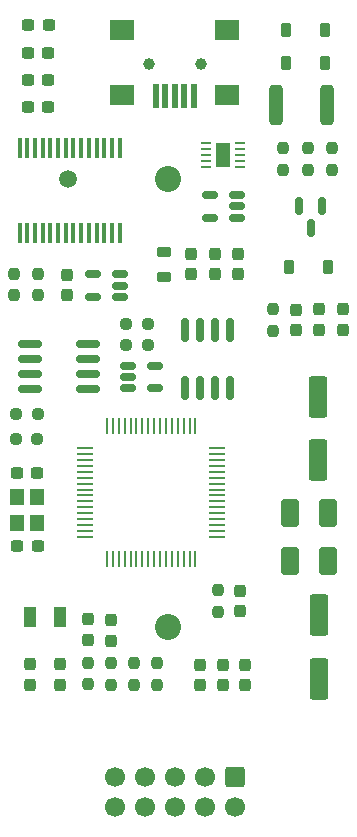
<source format=gts>
%TF.GenerationSoftware,KiCad,Pcbnew,7.0.1*%
%TF.CreationDate,2023-06-06T18:12:30-03:00*%
%TF.ProjectId,HLI-C_main,484c492d-435f-46d6-9169-6e2e6b696361,rev?*%
%TF.SameCoordinates,Original*%
%TF.FileFunction,Soldermask,Top*%
%TF.FilePolarity,Negative*%
%FSLAX46Y46*%
G04 Gerber Fmt 4.6, Leading zero omitted, Abs format (unit mm)*
G04 Created by KiCad (PCBNEW 7.0.1) date 2023-06-06 18:12:30*
%MOMM*%
%LPD*%
G01*
G04 APERTURE LIST*
G04 Aperture macros list*
%AMRoundRect*
0 Rectangle with rounded corners*
0 $1 Rounding radius*
0 $2 $3 $4 $5 $6 $7 $8 $9 X,Y pos of 4 corners*
0 Add a 4 corners polygon primitive as box body*
4,1,4,$2,$3,$4,$5,$6,$7,$8,$9,$2,$3,0*
0 Add four circle primitives for the rounded corners*
1,1,$1+$1,$2,$3*
1,1,$1+$1,$4,$5*
1,1,$1+$1,$6,$7*
1,1,$1+$1,$8,$9*
0 Add four rect primitives between the rounded corners*
20,1,$1+$1,$2,$3,$4,$5,0*
20,1,$1+$1,$4,$5,$6,$7,0*
20,1,$1+$1,$6,$7,$8,$9,0*
20,1,$1+$1,$8,$9,$2,$3,0*%
G04 Aperture macros list end*
%ADD10RoundRect,0.237500X-0.237500X0.300000X-0.237500X-0.300000X0.237500X-0.300000X0.237500X0.300000X0*%
%ADD11RoundRect,0.250001X-0.499999X-0.924999X0.499999X-0.924999X0.499999X0.924999X-0.499999X0.924999X0*%
%ADD12RoundRect,0.237500X0.237500X-0.300000X0.237500X0.300000X-0.237500X0.300000X-0.237500X-0.300000X0*%
%ADD13RoundRect,0.237500X0.237500X-0.250000X0.237500X0.250000X-0.237500X0.250000X-0.237500X-0.250000X0*%
%ADD14R,1.473200X0.279400*%
%ADD15R,0.279400X1.473200*%
%ADD16RoundRect,0.062500X-0.375000X-0.062500X0.375000X-0.062500X0.375000X0.062500X-0.375000X0.062500X0*%
%ADD17R,1.200000X2.000000*%
%ADD18RoundRect,0.237500X0.300000X0.237500X-0.300000X0.237500X-0.300000X-0.237500X0.300000X-0.237500X0*%
%ADD19RoundRect,0.150000X0.512500X0.150000X-0.512500X0.150000X-0.512500X-0.150000X0.512500X-0.150000X0*%
%ADD20RoundRect,0.237500X0.250000X0.237500X-0.250000X0.237500X-0.250000X-0.237500X0.250000X-0.237500X0*%
%ADD21C,1.000000*%
%ADD22R,0.500000X2.000000*%
%ADD23R,2.000000X1.700000*%
%ADD24RoundRect,0.218750X0.381250X-0.218750X0.381250X0.218750X-0.381250X0.218750X-0.381250X-0.218750X0*%
%ADD25RoundRect,0.237500X-0.237500X0.287500X-0.237500X-0.287500X0.237500X-0.287500X0.237500X0.287500X0*%
%ADD26R,1.200000X1.400000*%
%ADD27RoundRect,0.237500X-0.250000X-0.237500X0.250000X-0.237500X0.250000X0.237500X-0.250000X0.237500X0*%
%ADD28RoundRect,0.250000X-0.550000X1.500000X-0.550000X-1.500000X0.550000X-1.500000X0.550000X1.500000X0*%
%ADD29RoundRect,0.237500X-0.300000X-0.237500X0.300000X-0.237500X0.300000X0.237500X-0.300000X0.237500X0*%
%ADD30RoundRect,0.237500X-0.237500X0.250000X-0.237500X-0.250000X0.237500X-0.250000X0.237500X0.250000X0*%
%ADD31RoundRect,0.150000X-0.512500X-0.150000X0.512500X-0.150000X0.512500X0.150000X-0.512500X0.150000X0*%
%ADD32RoundRect,0.225000X-0.225000X-0.375000X0.225000X-0.375000X0.225000X0.375000X-0.225000X0.375000X0*%
%ADD33RoundRect,0.225000X0.225000X0.375000X-0.225000X0.375000X-0.225000X-0.375000X0.225000X-0.375000X0*%
%ADD34RoundRect,0.250000X-0.600000X0.600000X-0.600000X-0.600000X0.600000X-0.600000X0.600000X0.600000X0*%
%ADD35C,1.700000*%
%ADD36RoundRect,0.150000X0.150000X-0.825000X0.150000X0.825000X-0.150000X0.825000X-0.150000X-0.825000X0*%
%ADD37C,1.500000*%
%ADD38C,2.205000*%
%ADD39R,0.450000X1.750000*%
%ADD40RoundRect,0.150000X-0.825000X-0.150000X0.825000X-0.150000X0.825000X0.150000X-0.825000X0.150000X0*%
%ADD41RoundRect,0.250000X-0.312500X-1.450000X0.312500X-1.450000X0.312500X1.450000X-0.312500X1.450000X0*%
%ADD42R,1.000000X1.800000*%
%ADD43RoundRect,0.150000X-0.150000X0.587500X-0.150000X-0.587500X0.150000X-0.587500X0.150000X0.587500X0*%
G04 APERTURE END LIST*
D10*
%TO.C,C11*%
X196150000Y-38287500D03*
X196150000Y-40012500D03*
%TD*%
D11*
%TO.C,C15*%
X202489400Y-60248800D03*
X205739400Y-60248800D03*
%TD*%
D12*
%TO.C,C12*%
X203040000Y-44762500D03*
X203040000Y-43037500D03*
%TD*%
D10*
%TO.C,C8*%
X206990000Y-43017500D03*
X206990000Y-44742500D03*
%TD*%
D13*
%TO.C,R11*%
X189280800Y-74823200D03*
X189280800Y-72998200D03*
%TD*%
D14*
%TO.C,U1*%
X196367400Y-62271600D03*
X196367400Y-61771601D03*
X196367400Y-61271600D03*
X196367400Y-60771601D03*
X196367400Y-60271599D03*
X196367400Y-59771600D03*
X196367400Y-59271601D03*
X196367400Y-58771600D03*
X196367400Y-58271600D03*
X196367400Y-57771599D03*
X196367400Y-57271600D03*
X196367400Y-56771601D03*
X196367400Y-56271599D03*
X196367400Y-55771600D03*
X196367400Y-55271599D03*
X196367400Y-54771600D03*
D15*
X194504000Y-52908200D03*
X194004001Y-52908200D03*
X193504000Y-52908200D03*
X193004001Y-52908200D03*
X192503999Y-52908200D03*
X192004000Y-52908200D03*
X191504001Y-52908200D03*
X191004000Y-52908200D03*
X190504000Y-52908200D03*
X190003999Y-52908200D03*
X189504000Y-52908200D03*
X189004001Y-52908200D03*
X188503999Y-52908200D03*
X188004000Y-52908200D03*
X187503999Y-52908200D03*
X187004000Y-52908200D03*
D14*
X185140600Y-54771600D03*
X185140600Y-55271599D03*
X185140600Y-55771600D03*
X185140600Y-56271599D03*
X185140600Y-56771601D03*
X185140600Y-57271600D03*
X185140600Y-57771599D03*
X185140600Y-58271600D03*
X185140600Y-58771600D03*
X185140600Y-59271601D03*
X185140600Y-59771600D03*
X185140600Y-60271599D03*
X185140600Y-60771601D03*
X185140600Y-61271600D03*
X185140600Y-61771601D03*
X185140600Y-62271600D03*
D15*
X187004000Y-64135000D03*
X187503999Y-64135000D03*
X188004000Y-64135000D03*
X188503999Y-64135000D03*
X189004001Y-64135000D03*
X189504000Y-64135000D03*
X190003999Y-64135000D03*
X190504000Y-64135000D03*
X191004000Y-64135000D03*
X191504001Y-64135000D03*
X192004000Y-64135000D03*
X192503999Y-64135000D03*
X193004001Y-64135000D03*
X193504000Y-64135000D03*
X194004001Y-64135000D03*
X194504000Y-64135000D03*
%TD*%
D16*
%TO.C,U6*%
X195412500Y-28950000D03*
X195412500Y-29450000D03*
X195412500Y-29950000D03*
X195412500Y-30450000D03*
X195412500Y-30950000D03*
X198287500Y-30950000D03*
X198287500Y-30450000D03*
X198287500Y-29950000D03*
X198287500Y-29450000D03*
X198287500Y-28950000D03*
D17*
X196850000Y-29950000D03*
%TD*%
D18*
%TO.C,C1*%
X182055000Y-25920000D03*
X180330000Y-25920000D03*
%TD*%
D19*
%TO.C,U7*%
X195752500Y-35250000D03*
X195752500Y-33350000D03*
X198027500Y-33350000D03*
X198027500Y-34300000D03*
X198027500Y-35250000D03*
%TD*%
D20*
%TO.C,R12*%
X181149000Y-51890000D03*
X179324000Y-51890000D03*
%TD*%
D13*
%TO.C,R15*%
X187330800Y-74797800D03*
X187330800Y-72972800D03*
%TD*%
%TO.C,R4*%
X204050000Y-31175000D03*
X204050000Y-29350000D03*
%TD*%
D20*
%TO.C,R6*%
X190462500Y-46020000D03*
X188637500Y-46020000D03*
%TD*%
D21*
%TO.C,CON1*%
X194950000Y-22225000D03*
X190550000Y-22225000D03*
D22*
X194350000Y-24925000D03*
X193550000Y-24925000D03*
X192750000Y-24925000D03*
X191950000Y-24925000D03*
X191150000Y-24925000D03*
D23*
X197200000Y-24825000D03*
X197200000Y-19375000D03*
X188300000Y-24825000D03*
X188300000Y-19375000D03*
%TD*%
D24*
%TO.C,L1*%
X191800000Y-40262500D03*
X191800000Y-38137500D03*
%TD*%
D25*
%TO.C,LED2*%
X187330800Y-69335700D03*
X187330800Y-71085700D03*
%TD*%
D13*
%TO.C,R9*%
X196450000Y-68625000D03*
X196450000Y-66800000D03*
%TD*%
D12*
%TO.C,C6*%
X183594000Y-41798000D03*
X183594000Y-40073000D03*
%TD*%
D26*
%TO.C,Y2*%
X179418400Y-58865200D03*
X179418400Y-61065200D03*
X181118400Y-61065200D03*
X181118400Y-58865200D03*
%TD*%
D27*
%TO.C,R13*%
X179304000Y-54027200D03*
X181129000Y-54027200D03*
%TD*%
D10*
%TO.C,C18*%
X194880800Y-73110700D03*
X194880800Y-74835700D03*
%TD*%
D28*
%TO.C,C9*%
X204851000Y-50403800D03*
X204851000Y-55803800D03*
%TD*%
D29*
%TO.C,C4*%
X180367500Y-18970000D03*
X182092500Y-18970000D03*
%TD*%
D12*
%TO.C,C13*%
X204960000Y-44742500D03*
X204960000Y-43017500D03*
%TD*%
D30*
%TO.C,R3*%
X201950000Y-29350000D03*
X201950000Y-31175000D03*
%TD*%
%TO.C,R5*%
X206100000Y-29350000D03*
X206100000Y-31175000D03*
%TD*%
D10*
%TO.C,C22*%
X183062400Y-73074700D03*
X183062400Y-74799700D03*
%TD*%
D31*
%TO.C,U9*%
X188792500Y-47800000D03*
X188792500Y-48750000D03*
X188792500Y-49700000D03*
X191067500Y-49700000D03*
X191067500Y-47800000D03*
%TD*%
D13*
%TO.C,R14*%
X185405400Y-74748200D03*
X185405400Y-72923200D03*
%TD*%
D30*
%TO.C,R1*%
X179150000Y-39981500D03*
X179150000Y-41806500D03*
%TD*%
D18*
%TO.C,C3*%
X182055000Y-21270000D03*
X180330000Y-21270000D03*
%TD*%
D29*
%TO.C,C21*%
X179375900Y-56845200D03*
X181100900Y-56845200D03*
%TD*%
D32*
%TO.C,D2*%
X202200000Y-22150000D03*
X205500000Y-22150000D03*
%TD*%
D33*
%TO.C,D3*%
X205750000Y-39425000D03*
X202450000Y-39425000D03*
%TD*%
D34*
%TO.C,CON4*%
X197815200Y-82610300D03*
D35*
X197815200Y-85150300D03*
X195275200Y-82610300D03*
X195275200Y-85150300D03*
X192735200Y-82610300D03*
X192735200Y-85150300D03*
X190195200Y-82610300D03*
X190195200Y-85150300D03*
X187655200Y-82610300D03*
X187655200Y-85150300D03*
%TD*%
D30*
%TO.C,R2*%
X181182000Y-39981500D03*
X181182000Y-41806500D03*
%TD*%
D36*
%TO.C,U2*%
X193595000Y-49675000D03*
X194865000Y-49675000D03*
X196135000Y-49675000D03*
X197405000Y-49675000D03*
X197405000Y-44725000D03*
X196135000Y-44725000D03*
X194865000Y-44725000D03*
X193595000Y-44725000D03*
%TD*%
D10*
%TO.C,C10*%
X198100000Y-38287500D03*
X198100000Y-40012500D03*
%TD*%
D18*
%TO.C,C2*%
X182055000Y-23570000D03*
X180330000Y-23570000D03*
%TD*%
D10*
%TO.C,C16*%
X198680800Y-73110700D03*
X198680800Y-74835700D03*
%TD*%
D25*
%TO.C,LED1*%
X185405400Y-69260700D03*
X185405400Y-71010700D03*
%TD*%
D18*
%TO.C,C20*%
X181130900Y-63065200D03*
X179405900Y-63065200D03*
%TD*%
D10*
%TO.C,C7*%
X194100000Y-38337500D03*
X194100000Y-40062500D03*
%TD*%
D13*
%TO.C,R8*%
X201040000Y-44812500D03*
X201040000Y-42987500D03*
%TD*%
D19*
%TO.C,U5*%
X188087500Y-41950000D03*
X188087500Y-41000000D03*
X188087500Y-40050000D03*
X185812500Y-40050000D03*
X185812500Y-41950000D03*
%TD*%
D32*
%TO.C,D1*%
X202200000Y-19325000D03*
X205500000Y-19325000D03*
%TD*%
D37*
%TO.C,CON3*%
X183700000Y-31950000D03*
D38*
X192200000Y-69920000D03*
X192200000Y-31950000D03*
%TD*%
D39*
%TO.C,U3*%
X179625000Y-36550000D03*
X180275000Y-36550000D03*
X180925000Y-36550000D03*
X181575000Y-36550000D03*
X182225000Y-36550000D03*
X182875000Y-36550000D03*
X183525000Y-36550000D03*
X184175000Y-36550000D03*
X184825000Y-36550000D03*
X185475000Y-36550000D03*
X186125000Y-36550000D03*
X186775000Y-36550000D03*
X187425000Y-36550000D03*
X188075000Y-36550000D03*
X188075000Y-29350000D03*
X187425000Y-29350000D03*
X186775000Y-29350000D03*
X186125000Y-29350000D03*
X185475000Y-29350000D03*
X184825000Y-29350000D03*
X184175000Y-29350000D03*
X183525000Y-29350000D03*
X182875000Y-29350000D03*
X182225000Y-29350000D03*
X181575000Y-29350000D03*
X180925000Y-29350000D03*
X180275000Y-29350000D03*
X179625000Y-29350000D03*
%TD*%
D10*
%TO.C,C23*%
X180512400Y-73074700D03*
X180512400Y-74799700D03*
%TD*%
%TO.C,C17*%
X196796800Y-73110700D03*
X196796800Y-74835700D03*
%TD*%
D28*
%TO.C,C5*%
X204927200Y-68902600D03*
X204927200Y-74302600D03*
%TD*%
D13*
%TO.C,R10*%
X191210800Y-74823200D03*
X191210800Y-72998200D03*
%TD*%
D11*
%TO.C,C19*%
X202489400Y-64312800D03*
X205739400Y-64312800D03*
%TD*%
D40*
%TO.C,U8*%
X180495000Y-45925000D03*
X180495000Y-47195000D03*
X180495000Y-48465000D03*
X180495000Y-49735000D03*
X185445000Y-49735000D03*
X185445000Y-48465000D03*
X185445000Y-47195000D03*
X185445000Y-45925000D03*
%TD*%
D41*
%TO.C,RT1*%
X201362500Y-25750000D03*
X205637500Y-25750000D03*
%TD*%
D42*
%TO.C,Y1*%
X180512400Y-69037200D03*
X183012400Y-69037200D03*
%TD*%
D20*
%TO.C,R7*%
X190452500Y-44250000D03*
X188627500Y-44250000D03*
%TD*%
D10*
%TO.C,C14*%
X198280000Y-66850000D03*
X198280000Y-68575000D03*
%TD*%
D43*
%TO.C,Q1*%
X205210000Y-34242500D03*
X203310000Y-34242500D03*
X204260000Y-36117500D03*
%TD*%
M02*

</source>
